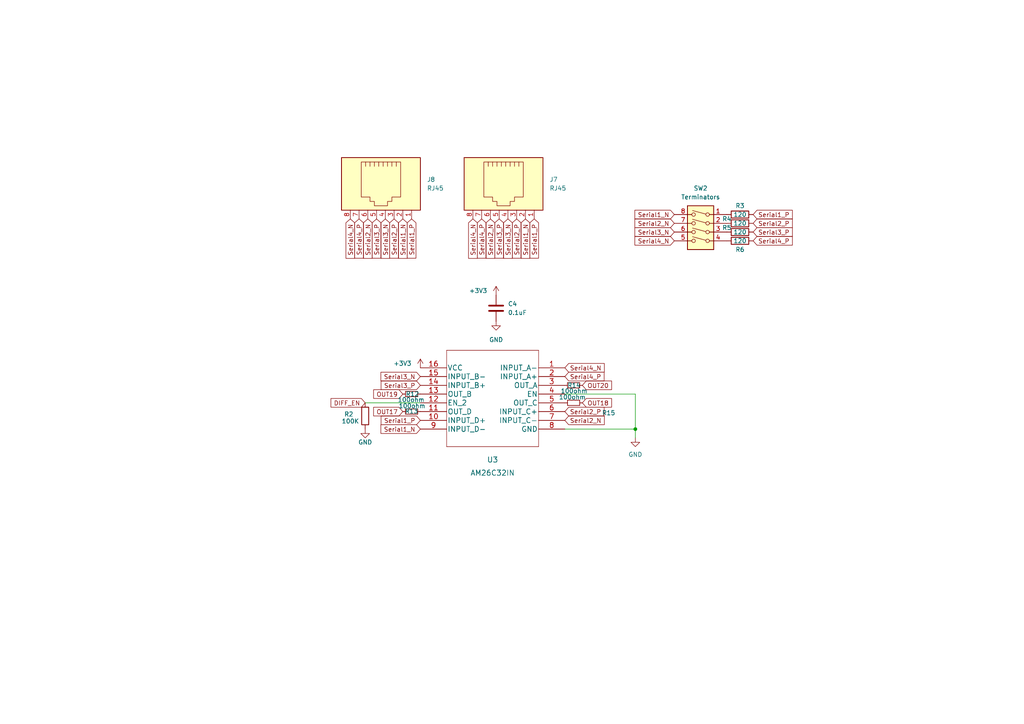
<source format=kicad_sch>
(kicad_sch (version 20211123) (generator eeschema)
  (paper "A4")
  (title_block (title "SM Receiver Out SMD") (date "2022-03-25") (rev "v2"))
  (lib_symbols
    (symbol "AM26C32IN:AM26C32IN" (pin_names (offset 0.254))
      (property "Reference" "U" (at 20.32 11.43 0))
      (property "Value" "AM26C32IN_AM26C32IN" (at 20.32 8.89 0))
      (symbol "AM26C32IN_1_1"
        (polyline (pts (xy 7.62 5.08) (xy 7.62 -22.86)) (stroke (width 0.127)))
        (polyline (pts (xy 34.29 -22.86) (xy 34.29 5.08)) (stroke (width 0.127)))
        (rectangle (start 7.62 5.08) (end 34.29 5.08))
        (rectangle (start 34.29 -22.86) (end 7.62 -22.86))
        (pin unspecified line (at 0 0 0) (length 7.62) (name "INPUT_A-") (number "1"))
        (pin unspecified line (at 41.91 -15.24 180) (length 7.62) (name "INPUT_D+") (number "10"))
        (pin unspecified line (at 41.91 -12.7 180) (length 7.62) (name "OUT_D") (number "11"))
        (pin unspecified line (at 41.91 -10.16 180) (length 7.62) (name "EN_2") (number "12"))
        (pin unspecified line (at 41.91 -7.62 180) (length 7.62) (name "OUT_B") (number "13"))
        (pin unspecified line (at 41.91 -5.08 180) (length 7.62) (name "INPUT_B+") (number "14"))
        (pin unspecified line (at 41.91 -2.54 180) (length 7.62) (name "INPUT_B-") (number "15"))
        (pin unspecified line (at 41.91 0 180) (length 7.62) (name "VCC") (number "16"))
        (pin unspecified line (at 0 -2.54 0) (length 7.62) (name "INPUT_A+") (number "2"))
        (pin unspecified line (at 0 -5.08 0) (length 7.62) (name "OUT_A") (number "3"))
        (pin unspecified line (at 0 -7.62 0) (length 7.62) (name "EN") (number "4"))
        (pin unspecified line (at 0 -10.16 0) (length 7.62) (name "OUT_C") (number "5"))
        (pin unspecified line (at 0 -12.7 0) (length 7.62) (name "INPUT_C+") (number "6"))
        (pin unspecified line (at 0 -15.24 0) (length 7.62) (name "INPUT_C-") (number "7"))
        (pin unspecified line (at 0 -17.78 0) (length 7.62) (name "GND") (number "8"))
        (pin unspecified line (at 41.91 -17.78 180) (length 7.62) (name "INPUT_D-") (number "9"))
      )
    )
    (symbol "Connector:RJ45" (pin_names (offset 1.016))
      (property "Reference" "J" (at -5.08 13.97 0))
      (property "Value" "RJ45" (at 2.54 13.97 0))
      (symbol "RJ45_0_1"
        (polyline (pts (xy -5.08 4.445) (xy -6.35 4.445)))
        (polyline (pts (xy -5.08 5.715) (xy -6.35 5.715)))
        (polyline (pts (xy -6.35 -3.175) (xy -5.08 -3.175) (xy -5.08 -3.175)))
        (polyline (pts (xy -6.35 -1.905) (xy -5.08 -1.905) (xy -5.08 -1.905)))
        (polyline (pts (xy -6.35 -0.635) (xy -5.08 -0.635) (xy -5.08 -0.635)))
        (polyline (pts (xy -6.35 0.635) (xy -5.08 0.635) (xy -5.08 0.635)))
        (polyline (pts (xy -6.35 1.905) (xy -5.08 1.905) (xy -5.08 1.905)))
        (polyline (pts (xy -5.08 3.175) (xy -6.35 3.175) (xy -6.35 3.175)))
        (polyline (pts (xy -6.35 -4.445) (xy -6.35 6.985) (xy 3.81 6.985) (xy 3.81 4.445) (xy 5.08 4.445) (xy 5.08 3.175) (xy 6.35 3.175) (xy 6.35 -0.635) (xy 5.08 -0.635) (xy 5.08 -1.905) (xy 3.81 -1.905) (xy 3.81 -4.445) (xy -6.35 -4.445) (xy -6.35 -4.445)))
        (rectangle (start 7.62 12.7) (end -7.62 -10.16) (stroke (width 0.254)) (fill (type background)))
      )
      (symbol "RJ45_1_1"
        (pin passive line (at 10.16 -7.62 180) (length 2.54) (name "~") (number "1"))
        (pin passive line (at 10.16 -5.08 180) (length 2.54) (name "~") (number "2"))
        (pin passive line (at 10.16 -2.54 180) (length 2.54) (name "~") (number "3"))
        (pin passive line (at 10.16 0 180) (length 2.54) (name "~") (number "4"))
        (pin passive line (at 10.16 2.54 180) (length 2.54) (name "~") (number "5"))
        (pin passive line (at 10.16 5.08 180) (length 2.54) (name "~") (number "6"))
        (pin passive line (at 10.16 7.62 180) (length 2.54) (name "~") (number "7"))
        (pin passive line (at 10.16 10.16 180) (length 2.54) (name "~") (number "8"))
      )
    )
    (symbol "Device:C" (pin_numbers hide) (pin_names (offset 0.254))
      (property "Reference" "C" (at 0.635 2.54 0))
      (property "Value" "C" (at 0.635 -2.54 0))
      (symbol "C_0_1"
        (polyline (pts (xy -2.032 -0.762) (xy 2.032 -0.762)) (stroke (width 0.508)))
        (polyline (pts (xy -2.032 0.762) (xy 2.032 0.762)) (stroke (width 0.508)))
      )
      (symbol "C_1_1"
        (pin passive line (at 0 3.81 270) (length 2.794) (name "~") (number "1"))
        (pin passive line (at 0 -3.81 90) (length 2.794) (name "~") (number "2"))
      )
    )
    (symbol "Device:R" (pin_numbers hide) (pin_names (offset 0))
      (property "Reference" "R" (at 2.032 0 90))
      (property "Value" "R" (at 0 0 90))
      (symbol "R_0_1"
        (rectangle (start -1.016 -2.54) (end 1.016 2.54) (stroke (width 0.254)))
      )
      (symbol "R_1_1"
        (pin passive line (at 0 3.81 270) (length 1.27) (name "~") (number "1"))
        (pin passive line (at 0 -3.81 90) (length 1.27) (name "~") (number "2"))
      )
    )
    (symbol "Device:R_Small" (pin_numbers hide) (pin_names (offset 0.254) hide)
      (property "Reference" "R" (at 0.762 0.508 0))
      (property "Value" "R_Small" (at 0.762 -1.016 0))
      (symbol "R_Small_0_1"
        (rectangle (start -0.762 1.778) (end 0.762 -1.778) (stroke (width 0.2032)))
      )
      (symbol "R_Small_1_1"
        (pin passive line (at 0 2.54 270) (length 0.762) (name "~") (number "1"))
        (pin passive line (at 0 -2.54 90) (length 0.762) (name "~") (number "2"))
      )
    )
    (symbol "Switch:SW_DIP_x04" (pin_names (offset 0) hide)
      (property "Reference" "SW" (at 0 8.89 0))
      (property "Value" "SW_DIP_x04" (at 0 -6.35 0))
      (symbol "SW_DIP_x04_0_0"
        (circle (center -2.032 -2.54) (radius 0.508))
        (circle (center -2.032 0) (radius 0.508))
        (circle (center -2.032 2.54) (radius 0.508))
        (circle (center -2.032 5.08) (radius 0.508))
        (polyline (pts (xy -1.524 -2.3876) (xy 2.3622 -1.3462)))
        (polyline (pts (xy -1.524 0.127) (xy 2.3622 1.1684)))
        (polyline (pts (xy -1.524 2.667) (xy 2.3622 3.7084)))
        (polyline (pts (xy -1.524 5.207) (xy 2.3622 6.2484)))
        (circle (center 2.032 -2.54) (radius 0.508))
        (circle (center 2.032 0) (radius 0.508))
        (circle (center 2.032 2.54) (radius 0.508))
        (circle (center 2.032 5.08) (radius 0.508))
      )
      (symbol "SW_DIP_x04_0_1"
        (rectangle (start -3.81 7.62) (end 3.81 -5.08) (stroke (width 0.254)) (fill (type background)))
      )
      (symbol "SW_DIP_x04_1_1"
        (pin passive line (at -7.62 5.08 0) (length 5.08) (name "~") (number "1"))
        (pin passive line (at -7.62 2.54 0) (length 5.08) (name "~") (number "2"))
        (pin passive line (at -7.62 0 0) (length 5.08) (name "~") (number "3"))
        (pin passive line (at -7.62 -2.54 0) (length 5.08) (name "~") (number "4"))
        (pin passive line (at 7.62 -2.54 180) (length 5.08) (name "~") (number "5"))
        (pin passive line (at 7.62 0 180) (length 5.08) (name "~") (number "6"))
        (pin passive line (at 7.62 2.54 180) (length 5.08) (name "~") (number "7"))
        (pin passive line (at 7.62 5.08 180) (length 5.08) (name "~") (number "8"))
      )
    )
    (symbol "power:+3.3V" (power) (pin_names (offset 0))
      (property "Value" "+3.3V" (at 0 3.556 0))
      (symbol "+3.3V_0_1"
        (polyline (pts (xy -0.762 1.27) (xy 0 2.54)))
        (polyline (pts (xy 0 0) (xy 0 2.54)))
        (polyline (pts (xy 0 2.54) (xy 0.762 1.27)))
      )
      (symbol "+3.3V_1_1"
        (pin power_in line (at 0 0 90) (length 0) hide (name "+3V3") (number "1"))
      )
    )
    (symbol "power:GND" (power) (pin_names (offset 0))
      (property "Value" "GND" (at 0 -3.81 0))
      (symbol "GND_0_1"
        (polyline (pts (xy 0 0) (xy 0 -1.27) (xy 1.27 -1.27) (xy 0 -2.54) (xy -1.27 -1.27) (xy 0 -1.27)))
      )
      (symbol "GND_1_1"
        (pin power_in line (at 0 0 270) (length 0) hide (name "GND") (number "1"))
      )
    )
  )
  (junction (at 184.277 124.46))
  (wire (pts (xy 163.83 114.3) (xy 184.277 114.3)))
  (wire (pts (xy 184.277 114.3) (xy 184.277 124.46)))
  (wire (pts (xy 184.277 124.46) (xy 184.277 127)))
  (wire (pts (xy 163.83 124.46) (xy 184.277 124.46)))
  (wire (pts (xy 105.918 116.84) (xy 121.92 116.84)))
  (global_label "Serial1_P" (shape input) (at 121.92 121.92 180) (property "Intersheet References" "${INTERSHEET_REFS}" (effects hide)))
  (global_label "Serial1_P" (shape input) (at 119.38 63.5 270) (property "Intersheet References" "${INTERSHEET_REFS}" (effects hide)))
  (global_label "OUT18" (shape input) (at 168.91 116.84 0) (property "Intersheet References" "${INTERSHEET_REFS}" (effects hide)))
  (global_label "OUT20" (shape input) (at 168.91 111.76 0) (property "Intersheet References" "${INTERSHEET_REFS}" (effects hide)))
  (global_label "Serial4_N" (shape input) (at 101.6 63.5 270) (property "Intersheet References" "${INTERSHEET_REFS}" (effects hide)))
  (global_label "Serial1_N" (shape input) (at 152.4 63.5 270) (property "Intersheet References" "${INTERSHEET_REFS}" (effects hide)))
  (global_label "Serial3_P" (shape input) (at 109.22 63.5 270) (property "Intersheet References" "${INTERSHEET_REFS}" (effects hide)))
  (global_label "Serial2_N" (shape input) (at 195.58 64.77 180) (property "Intersheet References" "${INTERSHEET_REFS}" (effects hide)))
  (global_label "Serial3_N" (shape input) (at 195.58 67.31 180) (property "Intersheet References" "${INTERSHEET_REFS}" (effects hide)))
  (global_label "Serial2_P" (shape input) (at 114.3 63.5 270) (property "Intersheet References" "${INTERSHEET_REFS}" (effects hide)))
  (global_label "Serial2_N" (shape input) (at 163.83 121.92 0) (property "Intersheet References" "${INTERSHEET_REFS}" (effects hide)))
  (global_label "Serial4_N" (shape input) (at 195.58 69.85 180) (property "Intersheet References" "${INTERSHEET_REFS}" (effects hide)))
  (global_label "Serial2_P" (shape input) (at 163.83 119.38 0) (property "Intersheet References" "${INTERSHEET_REFS}" (effects hide)))
  (global_label "Serial4_N" (shape input) (at 163.83 106.68 0) (property "Intersheet References" "${INTERSHEET_REFS}" (effects hide)))
  (global_label "Serial1_N" (shape input) (at 195.58 62.23 180) (property "Intersheet References" "${INTERSHEET_REFS}" (effects hide)))
  (global_label "Serial4_N" (shape input) (at 137.16 63.5 270) (property "Intersheet References" "${INTERSHEET_REFS}" (effects hide)))
  (global_label "Serial4_P" (shape input) (at 104.14 63.5 270) (property "Intersheet References" "${INTERSHEET_REFS}" (effects hide)))
  (global_label "Serial3_N" (shape input) (at 147.32 63.5 270) (property "Intersheet References" "${INTERSHEET_REFS}" (effects hide)))
  (global_label "Serial1_N" (shape input) (at 121.92 124.46 180) (property "Intersheet References" "${INTERSHEET_REFS}" (effects hide)))
  (global_label "Serial1_P" (shape input) (at 218.44 62.23 0) (property "Intersheet References" "${INTERSHEET_REFS}" (effects hide)))
  (global_label "DIFF_EN" (shape input) (at 105.918 116.84 180) (property "Intersheet References" "${INTERSHEET_REFS}" (effects hide)))
  (global_label "Serial4_P" (shape input) (at 218.44 69.85 0) (property "Intersheet References" "${INTERSHEET_REFS}" (effects hide)))
  (global_label "Serial4_P" (shape input) (at 163.83 109.22 0) (property "Intersheet References" "${INTERSHEET_REFS}" (effects hide)))
  (global_label "Serial3_N" (shape input) (at 111.76 63.5 270) (property "Intersheet References" "${INTERSHEET_REFS}" (effects hide)))
  (global_label "OUT19" (shape input) (at 116.84 114.3 180) (property "Intersheet References" "${INTERSHEET_REFS}" (effects hide)))
  (global_label "Serial2_P" (shape input) (at 218.44 64.77 0) (property "Intersheet References" "${INTERSHEET_REFS}" (effects hide)))
  (global_label "Serial1_N" (shape input) (at 116.84 63.5 270) (property "Intersheet References" "${INTERSHEET_REFS}" (effects hide)))
  (global_label "Serial4_P" (shape input) (at 139.7 63.5 270) (property "Intersheet References" "${INTERSHEET_REFS}" (effects hide)))
  (global_label "Serial1_P" (shape input) (at 154.94 63.5 270) (property "Intersheet References" "${INTERSHEET_REFS}" (effects hide)))
  (global_label "Serial3_P" (shape input) (at 144.78 63.5 270) (property "Intersheet References" "${INTERSHEET_REFS}" (effects hide)))
  (global_label "Serial3_P" (shape input) (at 121.92 111.76 180) (property "Intersheet References" "${INTERSHEET_REFS}" (effects hide)))
  (global_label "Serial2_P" (shape input) (at 149.86 63.5 270) (property "Intersheet References" "${INTERSHEET_REFS}" (effects hide)))
  (global_label "Serial3_P" (shape input) (at 218.44 67.31 0) (property "Intersheet References" "${INTERSHEET_REFS}" (effects hide)))
  (global_label "Serial2_N" (shape input) (at 142.24 63.5 270) (property "Intersheet References" "${INTERSHEET_REFS}" (effects hide)))
  (global_label "Serial2_N" (shape input) (at 106.68 63.5 270) (property "Intersheet References" "${INTERSHEET_REFS}" (effects hide)))
  (global_label "Serial3_N" (shape input) (at 121.92 109.22 180) (property "Intersheet References" "${INTERSHEET_REFS}" (effects hide)))
  (global_label "OUT17" (shape input) (at 116.84 119.38 180) (property "Intersheet References" "${INTERSHEET_REFS}" (effects hide)))
  (symbol (lib_id "AM26C32IN:AM26C32IN") (at 163.83 106.68 0) (mirror y) (unit 1)
    (property "Reference" "U3" (at 142.875 133.35 0) (effects (font (size 1.524 1.524))))
    (property "Value" "AM26C32IN" (at 142.875 137.16 0) (effects (font (size 1.524 1.524))))
    (property "Digi-Key_PN" "296-37322-1-ND" (effects hide))
    (property "MPN" "AM26C32INSR" (effects hide))
    (property "LCSC_PN" "C6180" (effects hide))
  )
  (symbol (lib_id "Connector:RJ45") (at 147.32 53.34 90) (mirror x) (unit 1)
    (property "Reference" "J7" (at 159.385 52.0699 90) (effects (justify right)))
    (property "Value" "RJ45" (at 159.385 54.6099 90) (effects (justify right)))
    (property "Footprint" "Connector_RJ:RJ45_Amphenol_54602-x08_Horizontal" (effects hide))
    (property "Digi-Key_PN" "AE10392-ND" (effects hide))
    (property "MPN" "A-2014-2-4-R" (effects hide))
    (property "LCSC_PN" "C305972" (effects hide))
  )
  (symbol (lib_id "power:GND") (at 105.918 124.46 0) (mirror y) (unit 1)
    (property "Reference" "#PWR018" (effects hide))
    (property "Value" "GND" (at 105.918 128.27 0))
  )
  (symbol (lib_id "power:GND") (at 184.277 127 0) (mirror y) (unit 1)
    (property "Reference" "#PWR016" (effects hide))
    (property "Value" "GND" (at 184.277 131.826 0))
  )
  (symbol (lib_id "Device:C") (at 143.891 89.408 0) (unit 1)
    (property "Reference" "C4" (at 147.32 88.1379 0) (effects (justify left)))
    (property "Value" "0.1uF" (at 147.32 90.6779 0) (effects (justify left)))
    (property "Footprint" "Capacitor_SMD:C_0603_1608Metric_Pad1.08x0.95mm_HandSolder" (effects hide))
    (property "Digi-Key_PN" "1276-1935-2-ND" (effects hide))
    (property "MPN" "CL10B104KB8NNWC" (effects hide))
    (property "LCSC_PN" "C14663" (effects hide))
  )
  (symbol (lib_id "power:GND") (at 143.891 93.218 0) (unit 1)
    (property "Reference" "#PWR024" (effects hide))
    (property "Value" "GND" (at 143.891 98.552 0))
  )
  (symbol (lib_id "Device:R") (at 214.63 62.23 90) (mirror x) (unit 1)
    (property "Reference" "R3" (at 214.63 59.69 90))
    (property "Value" "120" (at 214.63 62.23 90))
    (property "Footprint" "Resistor_SMD:R_0603_1608Metric_Pad0.98x0.95mm_HandSolder" (effects hide))
    (property "LCSC_PN" "C22787" (effects hide))
    (property "Digi-Key_PN" "A129677CT-ND" (effects hide))
    (property "MPN" "CRGCQ0603F120R" (effects hide))
  )
  (symbol (lib_id "Device:R") (at 214.63 64.77 90) (mirror x) (unit 1)
    (property "Reference" "R4" (at 210.82 63.5 90))
    (property "Value" "120" (at 214.63 64.77 90))
    (property "Footprint" "Resistor_SMD:R_0603_1608Metric_Pad0.98x0.95mm_HandSolder" (effects hide))
    (property "LCSC_PN" "C22787" (effects hide))
    (property "Digi-Key_PN" "A129677CT-ND" (effects hide))
    (property "MPN" "CRGCQ0603F120R" (effects hide))
  )
  (symbol (lib_id "Device:R") (at 214.63 67.31 90) (mirror x) (unit 1)
    (property "Reference" "R5" (at 210.82 66.04 90))
    (property "Value" "120" (at 214.63 67.31 90))
    (property "Footprint" "Resistor_SMD:R_0603_1608Metric_Pad0.98x0.95mm_HandSolder" (effects hide))
    (property "LCSC_PN" "C22787" (effects hide))
    (property "Digi-Key_PN" "A129677CT-ND" (effects hide))
    (property "MPN" "CRGCQ0603F120R" (effects hide))
  )
  (symbol (lib_id "Device:R") (at 214.63 69.85 90) (mirror x) (unit 1)
    (property "Reference" "R6" (at 214.63 72.39 90))
    (property "Value" "120" (at 214.63 69.85 90))
    (property "Footprint" "Resistor_SMD:R_0603_1608Metric_Pad0.98x0.95mm_HandSolder" (effects hide))
    (property "LCSC_PN" "C22787" (effects hide))
    (property "Digi-Key_PN" "A129677CT-ND" (effects hide))
    (property "MPN" "CRGCQ0603F120R" (effects hide))
  )
  (symbol (lib_id "Device:R") (at 105.918 120.65 0) (unit 1)
    (property "Reference" "R2" (at 99.822 120.142 0) (effects (justify left)))
    (property "Value" "100K" (at 99.06 122.174 0) (effects (justify left)))
    (property "Footprint" "Resistor_SMD:R_0603_1608Metric_Pad0.98x0.95mm_HandSolder" (effects hide))
    (property "Digi-Key_PN" "YAG1235CT-ND" (effects hide))
    (property "LCSC_PN" "C25803" (effects hide))
    (property "MPN" "RT0603BRD07100KL" (effects hide))
  )
  (symbol (lib_id "Device:R_Small") (at 166.37 116.84 270) (unit 1)
    (property "Reference" "R15" (at 176.53 119.761 90))
    (property "Value" "100ohm" (at 165.989 115.189 90))
    (property "Footprint" "Resistor_SMD:R_0603_1608Metric_Pad0.98x0.95mm_HandSolder" (effects hide))
    (property "LCSC_PN" "C22775" (effects hide))
    (property "Digi-Key_PN" "311-100HRCT-ND" (effects hide))
    (property "MPN" "RC0603FR-07100RL" (effects hide))
  )
  (symbol (lib_id "power:+3.3V") (at 143.891 85.598 0) (mirror y) (unit 1)
    (property "Reference" "#PWR0101" (effects hide))
    (property "Value" "+3.3V" (at 141.351 84.3279 0) (effects (justify left)))
  )
  (symbol (lib_id "power:+3.3V") (at 121.92 106.68 0) (mirror y) (unit 1)
    (property "Reference" "#PWR01" (effects hide))
    (property "Value" "+3.3V" (at 119.38 105.4099 0) (effects (justify left)))
  )
  (symbol (lib_id "Switch:SW_DIP_x04") (at 203.2 67.31 0) (mirror y) (unit 1)
    (property "Reference" "SW2" (at 203.2 54.61 0))
    (property "Value" "Terminators" (at 203.2 57.15 0))
    (property "Footprint" "Button_Switch_THT:SW_DIP_SPSTx04_Slide_6.7x11.72mm_W7.62mm_P2.54mm_LowProfile" (effects hide))
    (property "Digi-Key_PN" "2223-DS04-254-1L-04BK-ND" (effects hide))
    (property "LCSC_PN" "C509571" (effects hide))
    (property "MPN" "DS04-254-1L-04BK" (effects hide))
  )
  (symbol (lib_id "Connector:RJ45") (at 111.76 53.34 90) (mirror x) (unit 1)
    (property "Reference" "J8" (at 123.825 52.0699 90) (effects (justify right)))
    (property "Value" "RJ45" (at 123.825 54.6099 90) (effects (justify right)))
    (property "Footprint" "Connector_RJ:RJ45_Amphenol_54602-x08_Horizontal" (effects hide))
    (property "Digi-Key_PN" "AE10392-ND" (effects hide))
    (property "MPN" "A-2014-2-4-R" (effects hide))
    (property "LCSC_PN" "C305972" (effects hide))
  )
  (symbol (lib_id "Device:R_Small") (at 119.38 119.38 270) (unit 1)
    (property "Reference" "R13" (at 119.38 119.253 90))
    (property "Value" "100ohm" (at 119.507 117.729 90))
    (property "Footprint" "Resistor_SMD:R_0603_1608Metric_Pad0.98x0.95mm_HandSolder" (effects hide))
    (property "LCSC_PN" "C22775" (effects hide))
  )
  (symbol (lib_id "Device:R_Small") (at 119.38 114.3 270) (unit 1)
    (property "Reference" "R12" (at 119.634 114.3 90))
    (property "Value" "100ohm" (at 119.253 115.951 90))
    (property "Footprint" "Resistor_SMD:R_0603_1608Metric_Pad0.98x0.95mm_HandSolder" (effects hide))
    (property "LCSC_PN" "C22775" (effects hide))
  )
  (symbol (lib_id "Device:R_Small") (at 166.37 111.76 270) (unit 1)
    (property "Reference" "R14" (at 166.497 111.76 90))
    (property "Value" "100ohm" (at 166.497 113.411 90))
    (property "Footprint" "Resistor_SMD:R_0603_1608Metric_Pad0.98x0.95mm_HandSolder" (effects hide))
    (property "LCSC_PN" "C22775" (effects hide))
    (property "Digi-Key_PN" "311-100HRCT-ND" (effects hide))
    (property "MPN" "RC0603FR-07100RL" (effects hide))
  )
)
</source>
